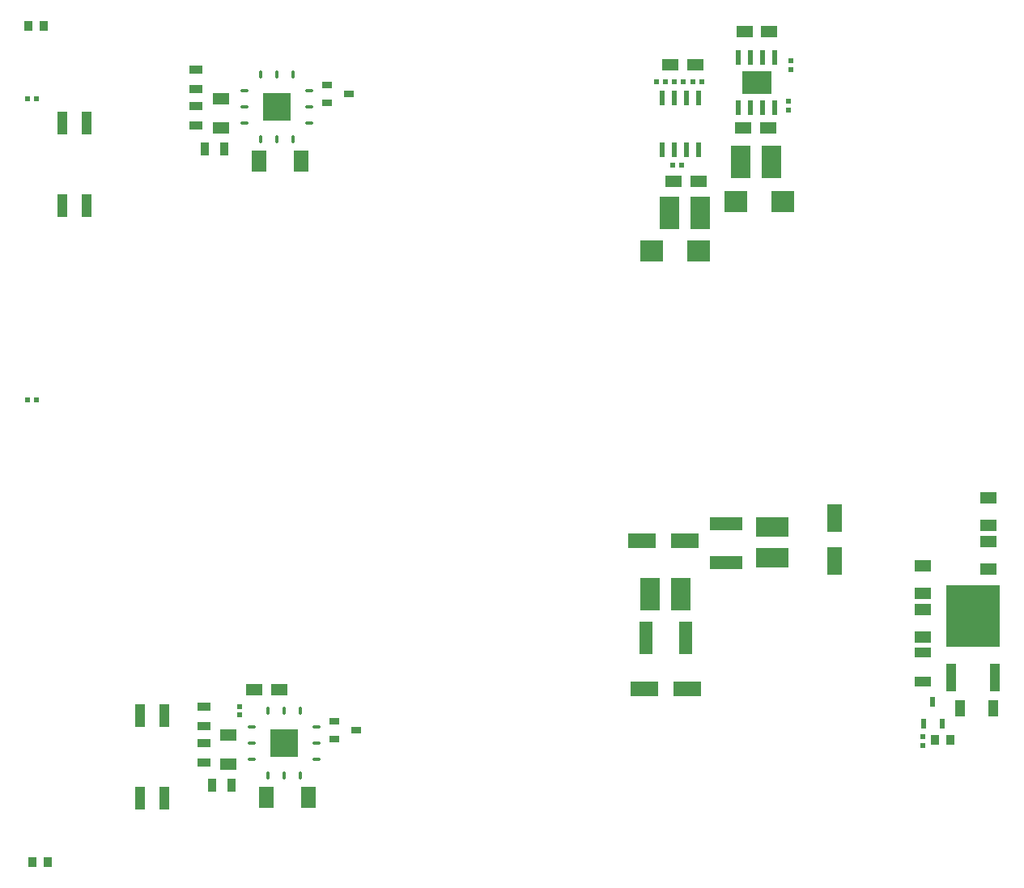
<source format=gtp>
G04*
G04 #@! TF.GenerationSoftware,Altium Limited,Altium Designer,21.5.1 (32)*
G04*
G04 Layer_Color=8421504*
%FSLAX25Y25*%
%MOIN*%
G70*
G04*
G04 #@! TF.SameCoordinates,40A1BE61-9D6D-4511-9C65-2EA0C261B3BE*
G04*
G04*
G04 #@! TF.FilePolarity,Positive*
G04*
G01*
G75*
%ADD16R,0.02441X0.02441*%
%ADD17R,0.07087X0.04921*%
%ADD18O,0.03740X0.01378*%
%ADD19R,0.03543X0.03937*%
%ADD20R,0.07087X0.04528*%
%ADD21R,0.06102X0.08661*%
%ADD22R,0.04134X0.02559*%
%ADD23O,0.01378X0.03740*%
%ADD24R,0.11417X0.11417*%
%ADD25R,0.03740X0.05512*%
%ADD26R,0.05512X0.03740*%
%ADD27R,0.04449X0.09606*%
%ADD28R,0.02362X0.06102*%
%ADD29R,0.12197X0.09488*%
%ADD30R,0.02362X0.06102*%
%ADD31R,0.06890X0.03937*%
%ADD32R,0.21850X0.25591*%
%ADD33R,0.03937X0.11221*%
%ADD34R,0.02362X0.03937*%
%ADD35R,0.03937X0.06890*%
%ADD36R,0.02441X0.02284*%
%ADD37R,0.07874X0.13780*%
%ADD38R,0.09252X0.08858*%
%ADD39R,0.13780X0.07874*%
%ADD40R,0.06299X0.11811*%
%ADD41R,0.11811X0.06299*%
%ADD42R,0.13780X0.05512*%
%ADD43R,0.05512X0.13780*%
%ADD44R,0.02284X0.02441*%
%ADD45R,0.02441X0.02441*%
G36*
X427571Y129016D02*
X420957D01*
Y134685D01*
X427571D01*
Y129016D01*
D02*
G37*
G36*
X418043D02*
X411429D01*
Y134685D01*
X418043D01*
Y129016D01*
D02*
G37*
G36*
X427571Y121221D02*
X420957D01*
Y126890D01*
X427571D01*
Y121221D01*
D02*
G37*
G36*
X418043D02*
X411429D01*
Y126890D01*
X418043D01*
Y121221D01*
D02*
G37*
G36*
X427571Y113425D02*
X420957D01*
Y119095D01*
X427571D01*
Y113425D01*
D02*
G37*
G36*
X418043D02*
X411429D01*
Y119095D01*
X418043D01*
Y113425D01*
D02*
G37*
D16*
X117500Y86772D02*
D03*
Y83228D02*
D03*
X344543Y348919D02*
D03*
Y352462D02*
D03*
X343543Y335962D02*
D03*
Y332419D02*
D03*
D17*
X123603Y93500D02*
D03*
X133839D02*
D03*
X335661Y364691D02*
D03*
X325425D02*
D03*
X335203Y325076D02*
D03*
X324966D02*
D03*
X296382Y303000D02*
D03*
X306618D02*
D03*
X305197Y351114D02*
D03*
X294961D02*
D03*
D18*
X122614Y78253D02*
D03*
X119614Y340307D02*
D03*
Y333614D02*
D03*
Y326921D02*
D03*
X146386D02*
D03*
Y333614D02*
D03*
Y340307D02*
D03*
X122614Y71560D02*
D03*
Y64868D02*
D03*
X149386D02*
D03*
Y71560D02*
D03*
Y78253D02*
D03*
D19*
X30701Y367000D02*
D03*
X32382Y22638D02*
D03*
X403850Y73000D02*
D03*
X410150D02*
D03*
X37000Y367000D02*
D03*
X38681Y22638D02*
D03*
D20*
X110000Y325094D02*
D03*
Y336906D02*
D03*
X426000Y161291D02*
D03*
Y172709D02*
D03*
X399000Y115291D02*
D03*
Y126709D02*
D03*
X426000Y143291D02*
D03*
Y154709D02*
D03*
X399000Y133291D02*
D03*
Y144709D02*
D03*
X113000Y63028D02*
D03*
Y74839D02*
D03*
D21*
X142840Y311216D02*
D03*
X125517D02*
D03*
X128517Y49162D02*
D03*
X145840D02*
D03*
D22*
X153472Y335260D02*
D03*
X162528Y339000D02*
D03*
X153472Y342740D02*
D03*
X156472Y80686D02*
D03*
Y73206D02*
D03*
X165528Y76946D02*
D03*
D23*
X139693Y347000D02*
D03*
X126307D02*
D03*
Y320228D02*
D03*
X133000D02*
D03*
X139693D02*
D03*
X133000Y347000D02*
D03*
X136000Y84946D02*
D03*
X142693D02*
D03*
X129307D02*
D03*
Y58175D02*
D03*
X136000D02*
D03*
X142693D02*
D03*
D24*
X133000Y333614D02*
D03*
X136000Y71560D02*
D03*
D25*
X111220Y316376D02*
D03*
X103346D02*
D03*
X106346Y54322D02*
D03*
X114220D02*
D03*
D26*
X99500Y348937D02*
D03*
Y341063D02*
D03*
Y333937D02*
D03*
Y326063D02*
D03*
X102756Y63779D02*
D03*
Y71653D02*
D03*
Y78779D02*
D03*
Y86653D02*
D03*
D27*
X54500Y326866D02*
D03*
X44500D02*
D03*
Y293007D02*
D03*
X54500D02*
D03*
X86520Y82936D02*
D03*
X76521D02*
D03*
Y49078D02*
D03*
X86520D02*
D03*
D28*
X338043Y354124D02*
D03*
X333043D02*
D03*
X328043D02*
D03*
X323043D02*
D03*
Y333258D02*
D03*
X328043D02*
D03*
X333043D02*
D03*
X338043D02*
D03*
D29*
X330543Y343691D02*
D03*
D30*
X291398Y315963D02*
D03*
X296398D02*
D03*
X301398D02*
D03*
X306398D02*
D03*
X291398Y337223D02*
D03*
X296398D02*
D03*
X301398D02*
D03*
X306398D02*
D03*
D31*
X399000Y108906D02*
D03*
Y97094D02*
D03*
D32*
X419500Y124055D02*
D03*
D33*
X428476Y98661D02*
D03*
X410524D02*
D03*
D34*
X399260Y79472D02*
D03*
X406740D02*
D03*
X403000Y88528D02*
D03*
D35*
X414110Y86000D02*
D03*
X427890D02*
D03*
D36*
X399000Y70650D02*
D03*
Y74350D02*
D03*
D37*
X323835Y311101D02*
D03*
X336433D02*
D03*
X299299Y133000D02*
D03*
X286701D02*
D03*
X307299Y290000D02*
D03*
X294701D02*
D03*
D38*
X321854Y294500D02*
D03*
X341146D02*
D03*
X306646Y274140D02*
D03*
X287354D02*
D03*
D39*
X337000Y160472D02*
D03*
Y147874D02*
D03*
D40*
X362500Y146642D02*
D03*
Y164358D02*
D03*
D41*
X300858Y155000D02*
D03*
X283142D02*
D03*
X301858Y94000D02*
D03*
X284142D02*
D03*
D42*
X318000Y162071D02*
D03*
Y145929D02*
D03*
D43*
X301071Y115000D02*
D03*
X284929D02*
D03*
D44*
X289320Y343968D02*
D03*
X293020D02*
D03*
X30299Y337000D02*
D03*
X34000D02*
D03*
X30299Y213000D02*
D03*
X34000D02*
D03*
D45*
X300169Y343919D02*
D03*
X296626D02*
D03*
X299534Y309691D02*
D03*
X295991D02*
D03*
X307926Y343919D02*
D03*
X304382D02*
D03*
M02*

</source>
